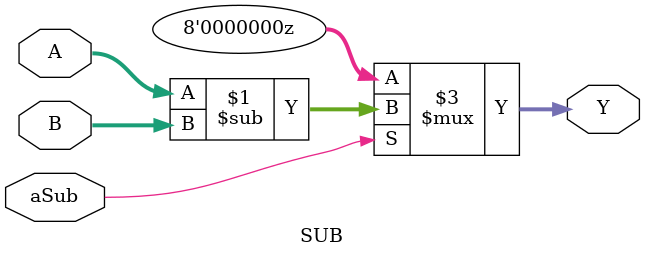
<source format=v>
module SUB(
	Y,
	A,
	B,
	aSub
);

output wire [7:0] Y;
input wire [3:0] A;
input wire [3:0] B;
input wire aSub;

assign Y = (aSub)? A-B : 1'bz;

endmodule

</source>
